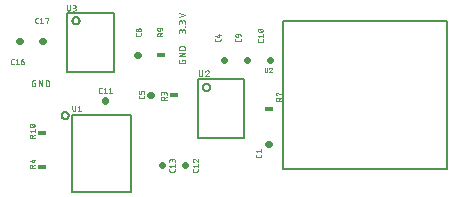
<source format=gto>
G75*
%MOIN*%
%OFA0B0*%
%FSLAX25Y25*%
%IPPOS*%
%LPD*%
%AMOC8*
5,1,8,0,0,1.08239X$1,22.5*
%
%ADD10C,0.00200*%
%ADD11C,0.00100*%
%ADD12C,0.00400*%
%ADD13C,0.00500*%
%ADD14C,0.02200*%
%ADD15R,0.03000X0.01800*%
D10*
X0014202Y0014911D02*
X0014202Y0015402D01*
X0014202Y0014911D02*
X0015971Y0014911D01*
X0015185Y0014911D02*
X0015185Y0015402D01*
X0015185Y0015500D02*
X0015971Y0015893D01*
X0015578Y0016669D02*
X0014202Y0017062D01*
X0015185Y0017357D02*
X0015971Y0017357D01*
X0015578Y0017652D02*
X0015578Y0016669D01*
X0015185Y0015402D02*
X0015183Y0015445D01*
X0015178Y0015487D01*
X0015168Y0015529D01*
X0015155Y0015570D01*
X0015139Y0015610D01*
X0015119Y0015648D01*
X0015096Y0015684D01*
X0015070Y0015718D01*
X0015041Y0015749D01*
X0015010Y0015778D01*
X0014976Y0015804D01*
X0014940Y0015827D01*
X0014902Y0015847D01*
X0014862Y0015863D01*
X0014821Y0015876D01*
X0014779Y0015886D01*
X0014737Y0015891D01*
X0014694Y0015893D01*
X0014651Y0015891D01*
X0014609Y0015886D01*
X0014567Y0015876D01*
X0014526Y0015863D01*
X0014486Y0015847D01*
X0014449Y0015827D01*
X0014412Y0015804D01*
X0014378Y0015778D01*
X0014347Y0015749D01*
X0014318Y0015718D01*
X0014292Y0015684D01*
X0014269Y0015648D01*
X0014249Y0015610D01*
X0014233Y0015570D01*
X0014220Y0015529D01*
X0014210Y0015487D01*
X0014205Y0015445D01*
X0014203Y0015402D01*
X0014202Y0024950D02*
X0014202Y0025441D01*
X0014202Y0024950D02*
X0015971Y0024950D01*
X0015185Y0024950D02*
X0015185Y0025441D01*
X0015185Y0025540D02*
X0015971Y0025933D01*
X0015971Y0026709D02*
X0015971Y0027691D01*
X0015971Y0027200D02*
X0014202Y0027200D01*
X0014595Y0026709D01*
X0014203Y0025441D02*
X0014205Y0025484D01*
X0014210Y0025526D01*
X0014220Y0025568D01*
X0014233Y0025609D01*
X0014249Y0025649D01*
X0014269Y0025687D01*
X0014292Y0025723D01*
X0014318Y0025757D01*
X0014347Y0025788D01*
X0014378Y0025817D01*
X0014412Y0025843D01*
X0014449Y0025866D01*
X0014486Y0025886D01*
X0014526Y0025902D01*
X0014567Y0025915D01*
X0014609Y0025925D01*
X0014651Y0025930D01*
X0014694Y0025932D01*
X0014737Y0025930D01*
X0014779Y0025925D01*
X0014821Y0025915D01*
X0014862Y0025902D01*
X0014902Y0025886D01*
X0014940Y0025866D01*
X0014976Y0025843D01*
X0015010Y0025817D01*
X0015041Y0025788D01*
X0015070Y0025757D01*
X0015096Y0025723D01*
X0015119Y0025687D01*
X0015139Y0025649D01*
X0015155Y0025609D01*
X0015168Y0025568D01*
X0015178Y0025526D01*
X0015183Y0025484D01*
X0015185Y0025441D01*
X0015725Y0029316D02*
X0015659Y0029346D01*
X0015590Y0029373D01*
X0015521Y0029397D01*
X0015450Y0029417D01*
X0015379Y0029433D01*
X0015306Y0029446D01*
X0015234Y0029456D01*
X0015160Y0029461D01*
X0015087Y0029463D01*
X0015087Y0028481D02*
X0015014Y0028483D01*
X0014940Y0028488D01*
X0014868Y0028498D01*
X0014795Y0028511D01*
X0014724Y0028527D01*
X0014653Y0028547D01*
X0014584Y0028571D01*
X0014515Y0028598D01*
X0014449Y0028628D01*
X0014202Y0028972D02*
X0014204Y0029010D01*
X0014210Y0029047D01*
X0014219Y0029083D01*
X0014233Y0029118D01*
X0014250Y0029152D01*
X0014270Y0029184D01*
X0014293Y0029213D01*
X0014320Y0029240D01*
X0014349Y0029264D01*
X0014380Y0029285D01*
X0014413Y0029302D01*
X0014448Y0029316D01*
X0014595Y0029365D02*
X0015578Y0028579D01*
X0015971Y0028972D02*
X0015969Y0029010D01*
X0015963Y0029047D01*
X0015954Y0029083D01*
X0015940Y0029118D01*
X0015923Y0029152D01*
X0015903Y0029184D01*
X0015880Y0029213D01*
X0015853Y0029240D01*
X0015825Y0029264D01*
X0015793Y0029285D01*
X0015760Y0029302D01*
X0015725Y0029316D01*
X0015971Y0028972D02*
X0015969Y0028934D01*
X0015963Y0028897D01*
X0015954Y0028861D01*
X0015940Y0028826D01*
X0015923Y0028792D01*
X0015903Y0028760D01*
X0015880Y0028731D01*
X0015853Y0028704D01*
X0015825Y0028680D01*
X0015793Y0028659D01*
X0015760Y0028642D01*
X0015725Y0028628D01*
X0015087Y0029463D02*
X0015014Y0029461D01*
X0014940Y0029456D01*
X0014868Y0029446D01*
X0014795Y0029433D01*
X0014724Y0029417D01*
X0014653Y0029397D01*
X0014584Y0029373D01*
X0014515Y0029346D01*
X0014449Y0029316D01*
X0014202Y0028972D02*
X0014204Y0028934D01*
X0014210Y0028897D01*
X0014219Y0028861D01*
X0014233Y0028826D01*
X0014250Y0028792D01*
X0014270Y0028760D01*
X0014293Y0028731D01*
X0014320Y0028704D01*
X0014349Y0028680D01*
X0014380Y0028659D01*
X0014413Y0028642D01*
X0014448Y0028628D01*
X0015087Y0028481D02*
X0015160Y0028483D01*
X0015234Y0028488D01*
X0015306Y0028498D01*
X0015379Y0028511D01*
X0015450Y0028527D01*
X0015521Y0028547D01*
X0015590Y0028571D01*
X0015659Y0028598D01*
X0015725Y0028628D01*
X0028525Y0034331D02*
X0028525Y0035609D01*
X0029508Y0035609D02*
X0029508Y0034331D01*
X0029507Y0034331D02*
X0029505Y0034288D01*
X0029500Y0034246D01*
X0029490Y0034204D01*
X0029477Y0034163D01*
X0029461Y0034123D01*
X0029441Y0034086D01*
X0029418Y0034049D01*
X0029392Y0034015D01*
X0029363Y0033984D01*
X0029332Y0033955D01*
X0029298Y0033929D01*
X0029262Y0033906D01*
X0029224Y0033886D01*
X0029184Y0033870D01*
X0029143Y0033857D01*
X0029101Y0033847D01*
X0029059Y0033842D01*
X0029016Y0033840D01*
X0028973Y0033842D01*
X0028931Y0033847D01*
X0028889Y0033857D01*
X0028848Y0033870D01*
X0028808Y0033886D01*
X0028771Y0033906D01*
X0028734Y0033929D01*
X0028700Y0033955D01*
X0028669Y0033984D01*
X0028640Y0034015D01*
X0028614Y0034049D01*
X0028591Y0034086D01*
X0028571Y0034123D01*
X0028555Y0034163D01*
X0028542Y0034204D01*
X0028532Y0034246D01*
X0028527Y0034288D01*
X0028525Y0034331D01*
X0030356Y0033840D02*
X0031338Y0033840D01*
X0030847Y0033840D02*
X0030847Y0035609D01*
X0030356Y0035216D01*
X0037427Y0040186D02*
X0037427Y0041168D01*
X0037429Y0041207D01*
X0037435Y0041245D01*
X0037444Y0041282D01*
X0037457Y0041318D01*
X0037473Y0041353D01*
X0037493Y0041386D01*
X0037516Y0041417D01*
X0037542Y0041446D01*
X0037571Y0041472D01*
X0037602Y0041495D01*
X0037635Y0041515D01*
X0037670Y0041531D01*
X0037706Y0041544D01*
X0037743Y0041553D01*
X0037781Y0041559D01*
X0037820Y0041561D01*
X0038213Y0041561D01*
X0038909Y0041168D02*
X0039400Y0041561D01*
X0039400Y0039793D01*
X0038909Y0039793D02*
X0039891Y0039793D01*
X0040681Y0039793D02*
X0041663Y0039793D01*
X0041172Y0039793D02*
X0041172Y0041561D01*
X0040681Y0041168D01*
X0038213Y0039793D02*
X0037820Y0039793D01*
X0037781Y0039795D01*
X0037743Y0039801D01*
X0037706Y0039810D01*
X0037670Y0039823D01*
X0037635Y0039839D01*
X0037602Y0039859D01*
X0037571Y0039882D01*
X0037542Y0039908D01*
X0037516Y0039937D01*
X0037493Y0039968D01*
X0037473Y0040001D01*
X0037457Y0040036D01*
X0037444Y0040072D01*
X0037435Y0040109D01*
X0037429Y0040147D01*
X0037427Y0040186D01*
X0050620Y0040487D02*
X0050620Y0039504D01*
X0051406Y0039504D01*
X0051406Y0040094D01*
X0051408Y0040133D01*
X0051414Y0040171D01*
X0051423Y0040208D01*
X0051436Y0040244D01*
X0051452Y0040279D01*
X0051472Y0040312D01*
X0051495Y0040343D01*
X0051521Y0040372D01*
X0051550Y0040398D01*
X0051581Y0040421D01*
X0051614Y0040441D01*
X0051649Y0040457D01*
X0051685Y0040470D01*
X0051722Y0040479D01*
X0051760Y0040485D01*
X0051799Y0040487D01*
X0051995Y0040487D01*
X0052034Y0040485D01*
X0052072Y0040479D01*
X0052109Y0040470D01*
X0052145Y0040457D01*
X0052180Y0040441D01*
X0052213Y0040421D01*
X0052244Y0040398D01*
X0052273Y0040372D01*
X0052299Y0040343D01*
X0052322Y0040312D01*
X0052342Y0040279D01*
X0052358Y0040244D01*
X0052371Y0040208D01*
X0052380Y0040171D01*
X0052386Y0040133D01*
X0052388Y0040094D01*
X0052388Y0039504D01*
X0052388Y0038808D02*
X0052388Y0038415D01*
X0052386Y0038376D01*
X0052380Y0038338D01*
X0052371Y0038301D01*
X0052358Y0038265D01*
X0052342Y0038230D01*
X0052322Y0038197D01*
X0052299Y0038166D01*
X0052273Y0038137D01*
X0052244Y0038111D01*
X0052213Y0038088D01*
X0052180Y0038068D01*
X0052145Y0038052D01*
X0052109Y0038039D01*
X0052072Y0038030D01*
X0052034Y0038024D01*
X0051995Y0038022D01*
X0051013Y0038022D01*
X0050974Y0038024D01*
X0050936Y0038030D01*
X0050899Y0038039D01*
X0050863Y0038052D01*
X0050828Y0038068D01*
X0050795Y0038088D01*
X0050764Y0038111D01*
X0050735Y0038137D01*
X0050709Y0038166D01*
X0050686Y0038197D01*
X0050666Y0038230D01*
X0050650Y0038265D01*
X0050637Y0038301D01*
X0050628Y0038338D01*
X0050622Y0038376D01*
X0050620Y0038415D01*
X0050620Y0038808D01*
X0058100Y0039307D02*
X0058100Y0039897D01*
X0058102Y0039936D01*
X0058108Y0039974D01*
X0058117Y0040011D01*
X0058130Y0040047D01*
X0058146Y0040082D01*
X0058166Y0040115D01*
X0058189Y0040146D01*
X0058215Y0040175D01*
X0058244Y0040201D01*
X0058275Y0040224D01*
X0058308Y0040244D01*
X0058343Y0040260D01*
X0058379Y0040273D01*
X0058416Y0040282D01*
X0058454Y0040288D01*
X0058493Y0040290D01*
X0058532Y0040288D01*
X0058570Y0040282D01*
X0058607Y0040273D01*
X0058643Y0040260D01*
X0058678Y0040244D01*
X0058711Y0040224D01*
X0058742Y0040201D01*
X0058771Y0040175D01*
X0058797Y0040146D01*
X0058820Y0040115D01*
X0058840Y0040082D01*
X0058856Y0040047D01*
X0058869Y0040011D01*
X0058878Y0039974D01*
X0058884Y0039936D01*
X0058886Y0039897D01*
X0058886Y0039504D01*
X0058886Y0039799D02*
X0058888Y0039842D01*
X0058893Y0039884D01*
X0058903Y0039926D01*
X0058916Y0039967D01*
X0058932Y0040007D01*
X0058952Y0040045D01*
X0058975Y0040081D01*
X0059001Y0040115D01*
X0059030Y0040146D01*
X0059061Y0040175D01*
X0059095Y0040201D01*
X0059132Y0040224D01*
X0059169Y0040244D01*
X0059209Y0040260D01*
X0059250Y0040273D01*
X0059292Y0040283D01*
X0059334Y0040288D01*
X0059377Y0040290D01*
X0059420Y0040288D01*
X0059462Y0040283D01*
X0059504Y0040273D01*
X0059545Y0040260D01*
X0059585Y0040244D01*
X0059623Y0040224D01*
X0059659Y0040201D01*
X0059693Y0040175D01*
X0059724Y0040146D01*
X0059753Y0040115D01*
X0059779Y0040081D01*
X0059802Y0040045D01*
X0059822Y0040007D01*
X0059838Y0039967D01*
X0059851Y0039926D01*
X0059861Y0039884D01*
X0059866Y0039842D01*
X0059868Y0039799D01*
X0059869Y0039799D02*
X0059869Y0039307D01*
X0059869Y0038531D02*
X0059083Y0038138D01*
X0059083Y0038040D02*
X0059083Y0037549D01*
X0059082Y0038040D02*
X0059080Y0038083D01*
X0059075Y0038125D01*
X0059065Y0038167D01*
X0059052Y0038208D01*
X0059036Y0038248D01*
X0059016Y0038286D01*
X0058993Y0038322D01*
X0058967Y0038356D01*
X0058938Y0038387D01*
X0058907Y0038416D01*
X0058873Y0038442D01*
X0058837Y0038465D01*
X0058799Y0038485D01*
X0058759Y0038501D01*
X0058718Y0038514D01*
X0058676Y0038524D01*
X0058634Y0038529D01*
X0058591Y0038531D01*
X0058548Y0038529D01*
X0058506Y0038524D01*
X0058464Y0038514D01*
X0058423Y0038501D01*
X0058383Y0038485D01*
X0058346Y0038465D01*
X0058309Y0038442D01*
X0058275Y0038416D01*
X0058244Y0038387D01*
X0058215Y0038356D01*
X0058189Y0038322D01*
X0058166Y0038286D01*
X0058146Y0038248D01*
X0058130Y0038208D01*
X0058117Y0038167D01*
X0058107Y0038125D01*
X0058102Y0038083D01*
X0058100Y0038040D01*
X0058100Y0037549D01*
X0059869Y0037549D01*
X0091365Y0020998D02*
X0091365Y0020016D01*
X0091365Y0020507D02*
X0089596Y0020507D01*
X0089989Y0020016D01*
X0089596Y0019320D02*
X0089596Y0018927D01*
X0089598Y0018888D01*
X0089604Y0018850D01*
X0089613Y0018813D01*
X0089626Y0018777D01*
X0089642Y0018742D01*
X0089662Y0018709D01*
X0089685Y0018678D01*
X0089711Y0018649D01*
X0089740Y0018623D01*
X0089771Y0018600D01*
X0089804Y0018580D01*
X0089839Y0018564D01*
X0089875Y0018551D01*
X0089912Y0018542D01*
X0089950Y0018536D01*
X0089989Y0018534D01*
X0090972Y0018534D01*
X0091011Y0018536D01*
X0091049Y0018542D01*
X0091086Y0018551D01*
X0091122Y0018564D01*
X0091157Y0018580D01*
X0091190Y0018600D01*
X0091221Y0018623D01*
X0091250Y0018649D01*
X0091276Y0018678D01*
X0091299Y0018709D01*
X0091319Y0018742D01*
X0091335Y0018777D01*
X0091348Y0018813D01*
X0091357Y0018850D01*
X0091363Y0018888D01*
X0091365Y0018927D01*
X0091365Y0019320D01*
X0070302Y0017849D02*
X0070302Y0016866D01*
X0069319Y0017701D01*
X0068533Y0017407D02*
X0068535Y0017362D01*
X0068540Y0017318D01*
X0068549Y0017274D01*
X0068561Y0017231D01*
X0068576Y0017189D01*
X0068595Y0017149D01*
X0068617Y0017110D01*
X0068642Y0017073D01*
X0068669Y0017038D01*
X0068700Y0017005D01*
X0068732Y0016975D01*
X0068767Y0016947D01*
X0068805Y0016922D01*
X0068844Y0016901D01*
X0068884Y0016882D01*
X0068926Y0016867D01*
X0069319Y0017702D02*
X0069288Y0017731D01*
X0069255Y0017758D01*
X0069219Y0017781D01*
X0069182Y0017802D01*
X0069142Y0017819D01*
X0069102Y0017832D01*
X0069060Y0017841D01*
X0069018Y0017847D01*
X0068975Y0017849D01*
X0068934Y0017847D01*
X0068894Y0017841D01*
X0068854Y0017832D01*
X0068815Y0017819D01*
X0068778Y0017803D01*
X0068742Y0017783D01*
X0068709Y0017760D01*
X0068677Y0017734D01*
X0068648Y0017705D01*
X0068622Y0017673D01*
X0068599Y0017640D01*
X0068579Y0017604D01*
X0068563Y0017567D01*
X0068550Y0017528D01*
X0068541Y0017488D01*
X0068535Y0017448D01*
X0068533Y0017407D01*
X0070302Y0016077D02*
X0070302Y0015095D01*
X0070302Y0015586D02*
X0068533Y0015586D01*
X0068926Y0015095D01*
X0068533Y0014398D02*
X0068533Y0014005D01*
X0068535Y0013966D01*
X0068541Y0013928D01*
X0068550Y0013891D01*
X0068563Y0013855D01*
X0068579Y0013820D01*
X0068599Y0013787D01*
X0068622Y0013756D01*
X0068648Y0013727D01*
X0068677Y0013701D01*
X0068708Y0013678D01*
X0068741Y0013658D01*
X0068776Y0013642D01*
X0068812Y0013629D01*
X0068849Y0013620D01*
X0068887Y0013614D01*
X0068926Y0013612D01*
X0069909Y0013612D01*
X0069948Y0013614D01*
X0069986Y0013620D01*
X0070023Y0013629D01*
X0070059Y0013642D01*
X0070094Y0013658D01*
X0070127Y0013678D01*
X0070158Y0013701D01*
X0070187Y0013727D01*
X0070213Y0013756D01*
X0070236Y0013787D01*
X0070256Y0013820D01*
X0070272Y0013855D01*
X0070285Y0013891D01*
X0070294Y0013928D01*
X0070300Y0013966D01*
X0070302Y0014005D01*
X0070302Y0014398D01*
X0062624Y0014398D02*
X0062624Y0014005D01*
X0062622Y0013966D01*
X0062616Y0013928D01*
X0062607Y0013891D01*
X0062594Y0013855D01*
X0062578Y0013820D01*
X0062558Y0013787D01*
X0062535Y0013756D01*
X0062509Y0013727D01*
X0062480Y0013701D01*
X0062449Y0013678D01*
X0062416Y0013658D01*
X0062381Y0013642D01*
X0062345Y0013629D01*
X0062308Y0013620D01*
X0062270Y0013614D01*
X0062231Y0013612D01*
X0061249Y0013612D01*
X0061210Y0013614D01*
X0061172Y0013620D01*
X0061135Y0013629D01*
X0061099Y0013642D01*
X0061064Y0013658D01*
X0061031Y0013678D01*
X0061000Y0013701D01*
X0060971Y0013727D01*
X0060945Y0013756D01*
X0060922Y0013787D01*
X0060902Y0013820D01*
X0060886Y0013855D01*
X0060873Y0013891D01*
X0060864Y0013928D01*
X0060858Y0013966D01*
X0060856Y0014005D01*
X0060856Y0014398D01*
X0061249Y0015095D02*
X0060856Y0015586D01*
X0062624Y0015586D01*
X0062624Y0015095D02*
X0062624Y0016077D01*
X0062624Y0016866D02*
X0062624Y0017358D01*
X0062622Y0017401D01*
X0062617Y0017443D01*
X0062607Y0017485D01*
X0062594Y0017526D01*
X0062578Y0017566D01*
X0062558Y0017604D01*
X0062535Y0017640D01*
X0062509Y0017674D01*
X0062480Y0017705D01*
X0062449Y0017734D01*
X0062415Y0017760D01*
X0062379Y0017783D01*
X0062341Y0017803D01*
X0062301Y0017819D01*
X0062260Y0017832D01*
X0062218Y0017842D01*
X0062176Y0017847D01*
X0062133Y0017849D01*
X0062090Y0017847D01*
X0062048Y0017842D01*
X0062006Y0017832D01*
X0061965Y0017819D01*
X0061925Y0017803D01*
X0061888Y0017783D01*
X0061851Y0017760D01*
X0061817Y0017734D01*
X0061786Y0017705D01*
X0061757Y0017674D01*
X0061731Y0017640D01*
X0061708Y0017604D01*
X0061688Y0017566D01*
X0061672Y0017526D01*
X0061659Y0017485D01*
X0061649Y0017443D01*
X0061644Y0017401D01*
X0061642Y0017358D01*
X0061642Y0017456D02*
X0061642Y0017063D01*
X0061642Y0017456D02*
X0061640Y0017495D01*
X0061634Y0017533D01*
X0061625Y0017570D01*
X0061612Y0017606D01*
X0061596Y0017641D01*
X0061576Y0017674D01*
X0061553Y0017705D01*
X0061527Y0017734D01*
X0061498Y0017760D01*
X0061467Y0017783D01*
X0061434Y0017803D01*
X0061399Y0017819D01*
X0061363Y0017832D01*
X0061326Y0017841D01*
X0061288Y0017847D01*
X0061249Y0017849D01*
X0061210Y0017847D01*
X0061172Y0017841D01*
X0061135Y0017832D01*
X0061099Y0017819D01*
X0061064Y0017803D01*
X0061031Y0017783D01*
X0061000Y0017760D01*
X0060971Y0017734D01*
X0060945Y0017705D01*
X0060922Y0017674D01*
X0060902Y0017641D01*
X0060886Y0017606D01*
X0060873Y0017570D01*
X0060864Y0017533D01*
X0060858Y0017495D01*
X0060856Y0017456D01*
X0060856Y0016866D01*
X0096391Y0037230D02*
X0096391Y0037721D01*
X0096391Y0037230D02*
X0098160Y0037230D01*
X0097374Y0037230D02*
X0097374Y0037721D01*
X0097374Y0037819D02*
X0098160Y0038212D01*
X0098160Y0039480D02*
X0096391Y0039971D01*
X0096391Y0038989D01*
X0096588Y0038989D01*
X0096392Y0037721D02*
X0096394Y0037764D01*
X0096399Y0037806D01*
X0096409Y0037848D01*
X0096422Y0037889D01*
X0096438Y0037929D01*
X0096458Y0037967D01*
X0096481Y0038003D01*
X0096507Y0038037D01*
X0096536Y0038068D01*
X0096567Y0038097D01*
X0096601Y0038123D01*
X0096638Y0038146D01*
X0096675Y0038166D01*
X0096715Y0038182D01*
X0096756Y0038195D01*
X0096798Y0038205D01*
X0096840Y0038210D01*
X0096883Y0038212D01*
X0096926Y0038210D01*
X0096968Y0038205D01*
X0097010Y0038195D01*
X0097051Y0038182D01*
X0097091Y0038166D01*
X0097129Y0038146D01*
X0097165Y0038123D01*
X0097199Y0038097D01*
X0097230Y0038068D01*
X0097259Y0038037D01*
X0097285Y0038003D01*
X0097308Y0037967D01*
X0097328Y0037929D01*
X0097344Y0037889D01*
X0097357Y0037848D01*
X0097367Y0037806D01*
X0097372Y0037764D01*
X0097374Y0037721D01*
X0091664Y0056915D02*
X0090682Y0056915D01*
X0090643Y0056917D01*
X0090605Y0056923D01*
X0090568Y0056932D01*
X0090532Y0056945D01*
X0090497Y0056961D01*
X0090464Y0056981D01*
X0090433Y0057004D01*
X0090404Y0057030D01*
X0090378Y0057059D01*
X0090355Y0057090D01*
X0090335Y0057123D01*
X0090319Y0057158D01*
X0090306Y0057194D01*
X0090297Y0057231D01*
X0090291Y0057269D01*
X0090289Y0057308D01*
X0090289Y0057701D01*
X0090682Y0058397D02*
X0090289Y0058888D01*
X0092057Y0058888D01*
X0092057Y0058397D02*
X0092057Y0059380D01*
X0091811Y0061004D02*
X0091745Y0061034D01*
X0091676Y0061061D01*
X0091607Y0061085D01*
X0091536Y0061105D01*
X0091465Y0061121D01*
X0091392Y0061134D01*
X0091320Y0061144D01*
X0091246Y0061149D01*
X0091173Y0061151D01*
X0091173Y0060169D02*
X0091100Y0060171D01*
X0091026Y0060176D01*
X0090954Y0060186D01*
X0090881Y0060199D01*
X0090810Y0060215D01*
X0090739Y0060235D01*
X0090670Y0060259D01*
X0090601Y0060286D01*
X0090535Y0060316D01*
X0090288Y0060660D02*
X0090290Y0060698D01*
X0090296Y0060735D01*
X0090305Y0060771D01*
X0090319Y0060806D01*
X0090336Y0060840D01*
X0090356Y0060872D01*
X0090379Y0060901D01*
X0090406Y0060928D01*
X0090435Y0060952D01*
X0090466Y0060973D01*
X0090499Y0060990D01*
X0090534Y0061004D01*
X0090682Y0061053D02*
X0091664Y0060267D01*
X0092058Y0060660D02*
X0092056Y0060698D01*
X0092050Y0060735D01*
X0092041Y0060771D01*
X0092027Y0060806D01*
X0092010Y0060840D01*
X0091990Y0060872D01*
X0091967Y0060901D01*
X0091940Y0060928D01*
X0091912Y0060952D01*
X0091880Y0060973D01*
X0091847Y0060990D01*
X0091812Y0061004D01*
X0092058Y0060660D02*
X0092056Y0060622D01*
X0092050Y0060585D01*
X0092041Y0060549D01*
X0092027Y0060514D01*
X0092010Y0060480D01*
X0091990Y0060448D01*
X0091967Y0060419D01*
X0091940Y0060392D01*
X0091912Y0060368D01*
X0091880Y0060347D01*
X0091847Y0060330D01*
X0091812Y0060316D01*
X0091173Y0061151D02*
X0091100Y0061149D01*
X0091026Y0061144D01*
X0090954Y0061134D01*
X0090881Y0061121D01*
X0090810Y0061105D01*
X0090739Y0061085D01*
X0090670Y0061061D01*
X0090601Y0061034D01*
X0090535Y0061004D01*
X0090288Y0060660D02*
X0090290Y0060622D01*
X0090296Y0060585D01*
X0090305Y0060549D01*
X0090319Y0060514D01*
X0090336Y0060480D01*
X0090356Y0060448D01*
X0090379Y0060419D01*
X0090406Y0060392D01*
X0090435Y0060368D01*
X0090466Y0060347D01*
X0090499Y0060330D01*
X0090534Y0060316D01*
X0091173Y0060169D02*
X0091246Y0060171D01*
X0091320Y0060176D01*
X0091392Y0060186D01*
X0091465Y0060199D01*
X0091536Y0060215D01*
X0091607Y0060235D01*
X0091676Y0060259D01*
X0091745Y0060286D01*
X0091811Y0060316D01*
X0092057Y0057701D02*
X0092057Y0057308D01*
X0092055Y0057269D01*
X0092049Y0057231D01*
X0092040Y0057194D01*
X0092027Y0057158D01*
X0092011Y0057123D01*
X0091991Y0057090D01*
X0091968Y0057059D01*
X0091942Y0057030D01*
X0091913Y0057004D01*
X0091882Y0056981D01*
X0091849Y0056961D01*
X0091814Y0056945D01*
X0091778Y0056932D01*
X0091741Y0056923D01*
X0091703Y0056917D01*
X0091664Y0056915D01*
X0084577Y0057505D02*
X0084577Y0057898D01*
X0084577Y0057505D02*
X0084575Y0057466D01*
X0084569Y0057428D01*
X0084560Y0057391D01*
X0084547Y0057355D01*
X0084531Y0057320D01*
X0084511Y0057287D01*
X0084488Y0057256D01*
X0084462Y0057227D01*
X0084433Y0057201D01*
X0084402Y0057178D01*
X0084369Y0057158D01*
X0084334Y0057142D01*
X0084298Y0057129D01*
X0084261Y0057120D01*
X0084223Y0057114D01*
X0084184Y0057112D01*
X0083202Y0057112D01*
X0083163Y0057114D01*
X0083125Y0057120D01*
X0083088Y0057129D01*
X0083052Y0057142D01*
X0083017Y0057158D01*
X0082984Y0057178D01*
X0082953Y0057201D01*
X0082924Y0057227D01*
X0082898Y0057256D01*
X0082875Y0057287D01*
X0082855Y0057320D01*
X0082839Y0057355D01*
X0082826Y0057391D01*
X0082817Y0057428D01*
X0082811Y0057466D01*
X0082809Y0057505D01*
X0082809Y0057898D01*
X0083300Y0058594D02*
X0083398Y0058594D01*
X0083437Y0058596D01*
X0083475Y0058602D01*
X0083512Y0058611D01*
X0083548Y0058624D01*
X0083583Y0058640D01*
X0083616Y0058660D01*
X0083647Y0058683D01*
X0083676Y0058709D01*
X0083702Y0058738D01*
X0083725Y0058769D01*
X0083745Y0058802D01*
X0083761Y0058837D01*
X0083774Y0058873D01*
X0083783Y0058910D01*
X0083789Y0058948D01*
X0083791Y0058987D01*
X0083791Y0059577D01*
X0083300Y0059577D01*
X0083300Y0059576D02*
X0083257Y0059574D01*
X0083215Y0059569D01*
X0083173Y0059559D01*
X0083132Y0059546D01*
X0083092Y0059530D01*
X0083055Y0059510D01*
X0083018Y0059487D01*
X0082984Y0059461D01*
X0082953Y0059432D01*
X0082924Y0059401D01*
X0082898Y0059367D01*
X0082875Y0059331D01*
X0082855Y0059293D01*
X0082839Y0059253D01*
X0082826Y0059212D01*
X0082816Y0059170D01*
X0082811Y0059128D01*
X0082809Y0059085D01*
X0082811Y0059042D01*
X0082816Y0059000D01*
X0082826Y0058958D01*
X0082839Y0058917D01*
X0082855Y0058877D01*
X0082875Y0058840D01*
X0082898Y0058803D01*
X0082924Y0058769D01*
X0082953Y0058738D01*
X0082984Y0058709D01*
X0083018Y0058683D01*
X0083055Y0058660D01*
X0083092Y0058640D01*
X0083132Y0058624D01*
X0083173Y0058611D01*
X0083215Y0058601D01*
X0083257Y0058596D01*
X0083300Y0058594D01*
X0083791Y0059577D02*
X0083845Y0059575D01*
X0083898Y0059570D01*
X0083951Y0059561D01*
X0084003Y0059548D01*
X0084054Y0059532D01*
X0084104Y0059512D01*
X0084153Y0059489D01*
X0084199Y0059463D01*
X0084244Y0059433D01*
X0084287Y0059401D01*
X0084327Y0059365D01*
X0084365Y0059327D01*
X0084401Y0059287D01*
X0084433Y0059244D01*
X0084463Y0059199D01*
X0084489Y0059153D01*
X0084512Y0059104D01*
X0084532Y0059054D01*
X0084548Y0059003D01*
X0084561Y0058951D01*
X0084570Y0058898D01*
X0084575Y0058845D01*
X0084577Y0058791D01*
X0077884Y0059282D02*
X0077098Y0059282D01*
X0077491Y0059577D02*
X0077491Y0058594D01*
X0076116Y0058987D01*
X0076116Y0057898D02*
X0076116Y0057505D01*
X0076118Y0057466D01*
X0076124Y0057428D01*
X0076133Y0057391D01*
X0076146Y0057355D01*
X0076162Y0057320D01*
X0076182Y0057287D01*
X0076205Y0057256D01*
X0076231Y0057227D01*
X0076260Y0057201D01*
X0076291Y0057178D01*
X0076324Y0057158D01*
X0076359Y0057142D01*
X0076395Y0057129D01*
X0076432Y0057120D01*
X0076470Y0057114D01*
X0076509Y0057112D01*
X0077491Y0057112D01*
X0077530Y0057114D01*
X0077568Y0057120D01*
X0077605Y0057129D01*
X0077641Y0057142D01*
X0077676Y0057158D01*
X0077709Y0057178D01*
X0077740Y0057201D01*
X0077769Y0057227D01*
X0077795Y0057256D01*
X0077818Y0057287D01*
X0077838Y0057320D01*
X0077854Y0057355D01*
X0077867Y0057391D01*
X0077876Y0057428D01*
X0077882Y0057466D01*
X0077884Y0057505D01*
X0077884Y0057898D01*
X0058491Y0058808D02*
X0056722Y0058808D01*
X0056722Y0059300D01*
X0056724Y0059343D01*
X0056729Y0059385D01*
X0056739Y0059427D01*
X0056752Y0059468D01*
X0056768Y0059508D01*
X0056788Y0059546D01*
X0056811Y0059582D01*
X0056837Y0059616D01*
X0056866Y0059647D01*
X0056897Y0059676D01*
X0056931Y0059702D01*
X0056968Y0059725D01*
X0057005Y0059745D01*
X0057045Y0059761D01*
X0057086Y0059774D01*
X0057128Y0059784D01*
X0057170Y0059789D01*
X0057213Y0059791D01*
X0057256Y0059789D01*
X0057298Y0059784D01*
X0057340Y0059774D01*
X0057381Y0059761D01*
X0057421Y0059745D01*
X0057459Y0059725D01*
X0057495Y0059702D01*
X0057529Y0059676D01*
X0057560Y0059647D01*
X0057589Y0059616D01*
X0057615Y0059582D01*
X0057638Y0059546D01*
X0057658Y0059508D01*
X0057674Y0059468D01*
X0057687Y0059427D01*
X0057697Y0059385D01*
X0057702Y0059343D01*
X0057704Y0059300D01*
X0057705Y0059300D02*
X0057705Y0058808D01*
X0057705Y0059398D02*
X0058491Y0059791D01*
X0057312Y0060567D02*
X0057213Y0060567D01*
X0057312Y0060567D02*
X0057351Y0060569D01*
X0057389Y0060575D01*
X0057426Y0060584D01*
X0057462Y0060597D01*
X0057497Y0060613D01*
X0057530Y0060633D01*
X0057561Y0060656D01*
X0057590Y0060682D01*
X0057616Y0060711D01*
X0057639Y0060742D01*
X0057659Y0060775D01*
X0057675Y0060810D01*
X0057688Y0060846D01*
X0057697Y0060883D01*
X0057703Y0060921D01*
X0057705Y0060960D01*
X0057705Y0061550D01*
X0057213Y0061550D01*
X0057213Y0061549D02*
X0057170Y0061547D01*
X0057128Y0061542D01*
X0057086Y0061532D01*
X0057045Y0061519D01*
X0057005Y0061503D01*
X0056968Y0061483D01*
X0056931Y0061460D01*
X0056897Y0061434D01*
X0056866Y0061405D01*
X0056837Y0061374D01*
X0056811Y0061340D01*
X0056788Y0061304D01*
X0056768Y0061266D01*
X0056752Y0061226D01*
X0056739Y0061185D01*
X0056729Y0061143D01*
X0056724Y0061101D01*
X0056722Y0061058D01*
X0056724Y0061015D01*
X0056729Y0060973D01*
X0056739Y0060931D01*
X0056752Y0060890D01*
X0056768Y0060850D01*
X0056788Y0060813D01*
X0056811Y0060776D01*
X0056837Y0060742D01*
X0056866Y0060711D01*
X0056897Y0060682D01*
X0056931Y0060656D01*
X0056968Y0060633D01*
X0057005Y0060613D01*
X0057045Y0060597D01*
X0057086Y0060584D01*
X0057128Y0060574D01*
X0057170Y0060569D01*
X0057213Y0060567D01*
X0057705Y0061550D02*
X0057759Y0061548D01*
X0057812Y0061543D01*
X0057865Y0061534D01*
X0057917Y0061521D01*
X0057968Y0061505D01*
X0058018Y0061485D01*
X0058067Y0061462D01*
X0058113Y0061436D01*
X0058158Y0061406D01*
X0058201Y0061374D01*
X0058241Y0061338D01*
X0058279Y0061300D01*
X0058315Y0061260D01*
X0058347Y0061217D01*
X0058377Y0061172D01*
X0058403Y0061126D01*
X0058426Y0061077D01*
X0058446Y0061027D01*
X0058462Y0060976D01*
X0058475Y0060924D01*
X0058484Y0060871D01*
X0058489Y0060818D01*
X0058491Y0060764D01*
X0051309Y0059669D02*
X0051309Y0059276D01*
X0051307Y0059237D01*
X0051301Y0059199D01*
X0051292Y0059162D01*
X0051279Y0059126D01*
X0051263Y0059091D01*
X0051243Y0059058D01*
X0051220Y0059027D01*
X0051194Y0058998D01*
X0051165Y0058972D01*
X0051134Y0058949D01*
X0051101Y0058929D01*
X0051066Y0058913D01*
X0051030Y0058900D01*
X0050993Y0058891D01*
X0050955Y0058885D01*
X0050916Y0058883D01*
X0049934Y0058883D01*
X0049895Y0058885D01*
X0049857Y0058891D01*
X0049820Y0058900D01*
X0049784Y0058913D01*
X0049749Y0058929D01*
X0049716Y0058949D01*
X0049685Y0058972D01*
X0049656Y0058998D01*
X0049630Y0059027D01*
X0049607Y0059058D01*
X0049587Y0059091D01*
X0049571Y0059126D01*
X0049558Y0059162D01*
X0049549Y0059199D01*
X0049543Y0059237D01*
X0049541Y0059276D01*
X0049541Y0059669D01*
X0049934Y0060464D02*
X0049973Y0060466D01*
X0050011Y0060472D01*
X0050048Y0060481D01*
X0050084Y0060494D01*
X0050119Y0060510D01*
X0050152Y0060530D01*
X0050183Y0060553D01*
X0050212Y0060579D01*
X0050238Y0060608D01*
X0050261Y0060639D01*
X0050281Y0060672D01*
X0050297Y0060707D01*
X0050310Y0060743D01*
X0050319Y0060780D01*
X0050325Y0060818D01*
X0050327Y0060857D01*
X0050325Y0060896D01*
X0050319Y0060934D01*
X0050310Y0060971D01*
X0050297Y0061007D01*
X0050281Y0061042D01*
X0050261Y0061075D01*
X0050238Y0061106D01*
X0050212Y0061135D01*
X0050183Y0061161D01*
X0050152Y0061184D01*
X0050119Y0061204D01*
X0050084Y0061220D01*
X0050048Y0061233D01*
X0050011Y0061242D01*
X0049973Y0061248D01*
X0049934Y0061250D01*
X0049895Y0061248D01*
X0049857Y0061242D01*
X0049820Y0061233D01*
X0049784Y0061220D01*
X0049749Y0061204D01*
X0049716Y0061184D01*
X0049685Y0061161D01*
X0049656Y0061135D01*
X0049630Y0061106D01*
X0049607Y0061075D01*
X0049587Y0061042D01*
X0049571Y0061007D01*
X0049558Y0060971D01*
X0049549Y0060934D01*
X0049543Y0060896D01*
X0049541Y0060857D01*
X0049543Y0060818D01*
X0049549Y0060780D01*
X0049558Y0060743D01*
X0049571Y0060707D01*
X0049587Y0060672D01*
X0049607Y0060639D01*
X0049630Y0060608D01*
X0049656Y0060579D01*
X0049685Y0060553D01*
X0049716Y0060530D01*
X0049749Y0060510D01*
X0049784Y0060494D01*
X0049820Y0060481D01*
X0049857Y0060472D01*
X0049895Y0060466D01*
X0049934Y0060464D01*
X0050818Y0060366D02*
X0050861Y0060368D01*
X0050903Y0060373D01*
X0050945Y0060383D01*
X0050986Y0060396D01*
X0051026Y0060412D01*
X0051064Y0060432D01*
X0051100Y0060455D01*
X0051134Y0060481D01*
X0051165Y0060510D01*
X0051194Y0060541D01*
X0051220Y0060575D01*
X0051243Y0060612D01*
X0051263Y0060649D01*
X0051279Y0060689D01*
X0051292Y0060730D01*
X0051302Y0060772D01*
X0051307Y0060814D01*
X0051309Y0060857D01*
X0051307Y0060900D01*
X0051302Y0060942D01*
X0051292Y0060984D01*
X0051279Y0061025D01*
X0051263Y0061065D01*
X0051243Y0061103D01*
X0051220Y0061139D01*
X0051194Y0061173D01*
X0051165Y0061204D01*
X0051134Y0061233D01*
X0051100Y0061259D01*
X0051064Y0061282D01*
X0051026Y0061302D01*
X0050986Y0061318D01*
X0050945Y0061331D01*
X0050903Y0061341D01*
X0050861Y0061346D01*
X0050818Y0061348D01*
X0050775Y0061346D01*
X0050733Y0061341D01*
X0050691Y0061331D01*
X0050650Y0061318D01*
X0050610Y0061302D01*
X0050573Y0061282D01*
X0050536Y0061259D01*
X0050502Y0061233D01*
X0050471Y0061204D01*
X0050442Y0061173D01*
X0050416Y0061139D01*
X0050393Y0061103D01*
X0050373Y0061065D01*
X0050357Y0061025D01*
X0050344Y0060984D01*
X0050334Y0060942D01*
X0050329Y0060900D01*
X0050327Y0060857D01*
X0050329Y0060814D01*
X0050334Y0060772D01*
X0050344Y0060730D01*
X0050357Y0060689D01*
X0050373Y0060649D01*
X0050393Y0060612D01*
X0050416Y0060575D01*
X0050442Y0060541D01*
X0050471Y0060510D01*
X0050502Y0060481D01*
X0050536Y0060455D01*
X0050573Y0060432D01*
X0050610Y0060412D01*
X0050650Y0060396D01*
X0050691Y0060383D01*
X0050733Y0060373D01*
X0050775Y0060368D01*
X0050818Y0060366D01*
X0029075Y0067305D02*
X0028584Y0067305D01*
X0029075Y0067305D02*
X0029118Y0067307D01*
X0029160Y0067312D01*
X0029202Y0067322D01*
X0029243Y0067335D01*
X0029283Y0067351D01*
X0029321Y0067371D01*
X0029357Y0067394D01*
X0029391Y0067420D01*
X0029422Y0067449D01*
X0029451Y0067480D01*
X0029477Y0067514D01*
X0029500Y0067551D01*
X0029520Y0067588D01*
X0029536Y0067628D01*
X0029549Y0067669D01*
X0029559Y0067711D01*
X0029564Y0067753D01*
X0029566Y0067796D01*
X0029564Y0067839D01*
X0029559Y0067881D01*
X0029549Y0067923D01*
X0029536Y0067964D01*
X0029520Y0068004D01*
X0029500Y0068042D01*
X0029477Y0068078D01*
X0029451Y0068112D01*
X0029422Y0068143D01*
X0029391Y0068172D01*
X0029357Y0068198D01*
X0029321Y0068221D01*
X0029283Y0068241D01*
X0029243Y0068257D01*
X0029202Y0068270D01*
X0029160Y0068280D01*
X0029118Y0068285D01*
X0029075Y0068287D01*
X0029174Y0068287D02*
X0028781Y0068287D01*
X0029174Y0068287D02*
X0029213Y0068289D01*
X0029251Y0068295D01*
X0029288Y0068304D01*
X0029324Y0068317D01*
X0029359Y0068333D01*
X0029392Y0068353D01*
X0029423Y0068376D01*
X0029452Y0068402D01*
X0029478Y0068431D01*
X0029501Y0068462D01*
X0029521Y0068495D01*
X0029537Y0068530D01*
X0029550Y0068566D01*
X0029559Y0068603D01*
X0029565Y0068641D01*
X0029567Y0068680D01*
X0029565Y0068719D01*
X0029559Y0068757D01*
X0029550Y0068794D01*
X0029537Y0068830D01*
X0029521Y0068865D01*
X0029501Y0068898D01*
X0029478Y0068929D01*
X0029452Y0068958D01*
X0029423Y0068984D01*
X0029392Y0069007D01*
X0029359Y0069027D01*
X0029324Y0069043D01*
X0029288Y0069056D01*
X0029251Y0069065D01*
X0029213Y0069071D01*
X0029174Y0069073D01*
X0028584Y0069073D01*
X0027736Y0069073D02*
X0027736Y0067796D01*
X0027734Y0067753D01*
X0027729Y0067711D01*
X0027719Y0067669D01*
X0027706Y0067628D01*
X0027690Y0067588D01*
X0027670Y0067551D01*
X0027647Y0067514D01*
X0027621Y0067480D01*
X0027592Y0067449D01*
X0027561Y0067420D01*
X0027527Y0067394D01*
X0027491Y0067371D01*
X0027453Y0067351D01*
X0027413Y0067335D01*
X0027372Y0067322D01*
X0027330Y0067312D01*
X0027288Y0067307D01*
X0027245Y0067305D01*
X0027202Y0067307D01*
X0027160Y0067312D01*
X0027118Y0067322D01*
X0027077Y0067335D01*
X0027037Y0067351D01*
X0027000Y0067371D01*
X0026963Y0067394D01*
X0026929Y0067420D01*
X0026898Y0067449D01*
X0026869Y0067480D01*
X0026843Y0067514D01*
X0026820Y0067551D01*
X0026800Y0067588D01*
X0026784Y0067628D01*
X0026771Y0067669D01*
X0026761Y0067711D01*
X0026756Y0067753D01*
X0026754Y0067796D01*
X0026754Y0069073D01*
X0020408Y0064892D02*
X0019425Y0064892D01*
X0019425Y0064696D01*
X0020408Y0064892D02*
X0019917Y0063124D01*
X0018636Y0063124D02*
X0017654Y0063124D01*
X0018145Y0063124D02*
X0018145Y0064892D01*
X0017654Y0064499D01*
X0016958Y0064892D02*
X0016565Y0064892D01*
X0016526Y0064890D01*
X0016488Y0064884D01*
X0016451Y0064875D01*
X0016415Y0064862D01*
X0016380Y0064846D01*
X0016347Y0064826D01*
X0016316Y0064803D01*
X0016287Y0064777D01*
X0016261Y0064748D01*
X0016238Y0064717D01*
X0016218Y0064684D01*
X0016202Y0064649D01*
X0016189Y0064613D01*
X0016180Y0064576D01*
X0016174Y0064538D01*
X0016172Y0064499D01*
X0016172Y0063517D01*
X0016174Y0063478D01*
X0016180Y0063440D01*
X0016189Y0063403D01*
X0016202Y0063367D01*
X0016218Y0063332D01*
X0016238Y0063299D01*
X0016261Y0063268D01*
X0016287Y0063239D01*
X0016316Y0063213D01*
X0016347Y0063190D01*
X0016380Y0063170D01*
X0016415Y0063154D01*
X0016451Y0063141D01*
X0016488Y0063132D01*
X0016526Y0063126D01*
X0016565Y0063124D01*
X0016958Y0063124D01*
X0010074Y0051113D02*
X0010074Y0049344D01*
X0009583Y0049344D02*
X0010565Y0049344D01*
X0011355Y0049835D02*
X0011355Y0050327D01*
X0011944Y0050327D01*
X0011355Y0050327D02*
X0011357Y0050381D01*
X0011362Y0050434D01*
X0011371Y0050487D01*
X0011384Y0050539D01*
X0011400Y0050590D01*
X0011420Y0050640D01*
X0011443Y0050689D01*
X0011469Y0050735D01*
X0011499Y0050780D01*
X0011531Y0050823D01*
X0011567Y0050863D01*
X0011605Y0050901D01*
X0011645Y0050937D01*
X0011688Y0050969D01*
X0011733Y0050999D01*
X0011779Y0051025D01*
X0011828Y0051048D01*
X0011878Y0051068D01*
X0011929Y0051084D01*
X0011981Y0051097D01*
X0012034Y0051106D01*
X0012087Y0051111D01*
X0012141Y0051113D01*
X0010074Y0051113D02*
X0009583Y0050720D01*
X0008887Y0051113D02*
X0008494Y0051113D01*
X0008455Y0051111D01*
X0008417Y0051105D01*
X0008380Y0051096D01*
X0008344Y0051083D01*
X0008309Y0051067D01*
X0008276Y0051047D01*
X0008245Y0051024D01*
X0008216Y0050998D01*
X0008190Y0050969D01*
X0008167Y0050938D01*
X0008147Y0050905D01*
X0008131Y0050870D01*
X0008118Y0050834D01*
X0008109Y0050797D01*
X0008103Y0050759D01*
X0008101Y0050720D01*
X0008101Y0049737D01*
X0008103Y0049698D01*
X0008109Y0049660D01*
X0008118Y0049623D01*
X0008131Y0049587D01*
X0008147Y0049552D01*
X0008167Y0049519D01*
X0008190Y0049488D01*
X0008216Y0049459D01*
X0008245Y0049433D01*
X0008276Y0049410D01*
X0008309Y0049390D01*
X0008344Y0049374D01*
X0008380Y0049361D01*
X0008417Y0049352D01*
X0008455Y0049346D01*
X0008494Y0049344D01*
X0008887Y0049344D01*
X0011355Y0049835D02*
X0011357Y0049792D01*
X0011362Y0049750D01*
X0011372Y0049708D01*
X0011385Y0049667D01*
X0011401Y0049627D01*
X0011421Y0049590D01*
X0011444Y0049553D01*
X0011470Y0049519D01*
X0011499Y0049488D01*
X0011530Y0049459D01*
X0011564Y0049433D01*
X0011601Y0049410D01*
X0011638Y0049390D01*
X0011678Y0049374D01*
X0011719Y0049361D01*
X0011761Y0049351D01*
X0011803Y0049346D01*
X0011846Y0049344D01*
X0011889Y0049346D01*
X0011931Y0049351D01*
X0011973Y0049361D01*
X0012014Y0049374D01*
X0012054Y0049390D01*
X0012091Y0049410D01*
X0012128Y0049433D01*
X0012162Y0049459D01*
X0012193Y0049488D01*
X0012222Y0049519D01*
X0012248Y0049553D01*
X0012271Y0049590D01*
X0012291Y0049627D01*
X0012307Y0049667D01*
X0012320Y0049708D01*
X0012330Y0049750D01*
X0012335Y0049792D01*
X0012337Y0049835D01*
X0012337Y0049934D01*
X0012335Y0049973D01*
X0012329Y0050011D01*
X0012320Y0050048D01*
X0012307Y0050084D01*
X0012291Y0050119D01*
X0012271Y0050152D01*
X0012248Y0050183D01*
X0012222Y0050212D01*
X0012193Y0050238D01*
X0012162Y0050261D01*
X0012129Y0050281D01*
X0012094Y0050297D01*
X0012058Y0050310D01*
X0012021Y0050319D01*
X0011983Y0050325D01*
X0011944Y0050327D01*
D11*
X0092648Y0048257D02*
X0092648Y0047192D01*
X0092650Y0047153D01*
X0092655Y0047114D01*
X0092665Y0047076D01*
X0092677Y0047040D01*
X0092694Y0047004D01*
X0092713Y0046970D01*
X0092736Y0046939D01*
X0092761Y0046909D01*
X0092790Y0046882D01*
X0092820Y0046858D01*
X0092853Y0046837D01*
X0092888Y0046819D01*
X0092924Y0046805D01*
X0092961Y0046794D01*
X0093000Y0046786D01*
X0093038Y0046782D01*
X0093078Y0046782D01*
X0093116Y0046786D01*
X0093155Y0046794D01*
X0093192Y0046805D01*
X0093228Y0046819D01*
X0093263Y0046837D01*
X0093296Y0046858D01*
X0093326Y0046882D01*
X0093355Y0046909D01*
X0093380Y0046939D01*
X0093403Y0046970D01*
X0093422Y0047004D01*
X0093439Y0047040D01*
X0093451Y0047076D01*
X0093461Y0047114D01*
X0093466Y0047153D01*
X0093468Y0047192D01*
X0093468Y0048257D01*
X0094809Y0047601D02*
X0094834Y0047627D01*
X0094856Y0047655D01*
X0094876Y0047684D01*
X0094893Y0047716D01*
X0094907Y0047749D01*
X0094918Y0047782D01*
X0094926Y0047817D01*
X0094930Y0047852D01*
X0094932Y0047888D01*
X0094809Y0047602D02*
X0094113Y0046782D01*
X0094932Y0046782D01*
X0094113Y0047929D02*
X0094128Y0047969D01*
X0094146Y0048007D01*
X0094168Y0048044D01*
X0094193Y0048078D01*
X0094221Y0048110D01*
X0094252Y0048140D01*
X0094285Y0048166D01*
X0094321Y0048190D01*
X0094358Y0048210D01*
X0094397Y0048227D01*
X0094438Y0048240D01*
X0094479Y0048249D01*
X0094521Y0048255D01*
X0094564Y0048257D01*
X0094600Y0048255D01*
X0094636Y0048250D01*
X0094671Y0048241D01*
X0094705Y0048229D01*
X0094738Y0048213D01*
X0094769Y0048195D01*
X0094798Y0048173D01*
X0094825Y0048149D01*
X0094849Y0048122D01*
X0094871Y0048093D01*
X0094889Y0048062D01*
X0094905Y0048029D01*
X0094917Y0047995D01*
X0094926Y0047960D01*
X0094931Y0047924D01*
X0094933Y0047888D01*
D12*
X0073897Y0045357D02*
X0072786Y0045357D01*
X0073731Y0046469D01*
X0073397Y0047357D02*
X0073350Y0047355D01*
X0073302Y0047350D01*
X0073256Y0047341D01*
X0073210Y0047329D01*
X0073165Y0047314D01*
X0073121Y0047295D01*
X0073079Y0047273D01*
X0073039Y0047248D01*
X0073000Y0047220D01*
X0072964Y0047189D01*
X0072930Y0047156D01*
X0072899Y0047120D01*
X0072870Y0047082D01*
X0072845Y0047042D01*
X0072822Y0047001D01*
X0072803Y0046957D01*
X0072786Y0046913D01*
X0073730Y0046468D02*
X0073761Y0046499D01*
X0073788Y0046533D01*
X0073813Y0046569D01*
X0073835Y0046606D01*
X0073854Y0046645D01*
X0073869Y0046686D01*
X0073881Y0046728D01*
X0073890Y0046770D01*
X0073895Y0046814D01*
X0073897Y0046857D01*
X0073895Y0046901D01*
X0073889Y0046944D01*
X0073880Y0046986D01*
X0073867Y0047028D01*
X0073850Y0047068D01*
X0073830Y0047107D01*
X0073807Y0047144D01*
X0073780Y0047178D01*
X0073751Y0047211D01*
X0073718Y0047240D01*
X0073684Y0047267D01*
X0073647Y0047290D01*
X0073608Y0047310D01*
X0073568Y0047327D01*
X0073526Y0047340D01*
X0073484Y0047349D01*
X0073441Y0047355D01*
X0073397Y0047357D01*
X0071665Y0047357D02*
X0071665Y0045913D01*
X0071666Y0045913D02*
X0071664Y0045867D01*
X0071658Y0045821D01*
X0071649Y0045777D01*
X0071636Y0045732D01*
X0071619Y0045690D01*
X0071599Y0045648D01*
X0071575Y0045609D01*
X0071549Y0045571D01*
X0071519Y0045536D01*
X0071487Y0045504D01*
X0071452Y0045474D01*
X0071414Y0045448D01*
X0071375Y0045424D01*
X0071333Y0045404D01*
X0071291Y0045387D01*
X0071246Y0045374D01*
X0071202Y0045365D01*
X0071156Y0045359D01*
X0071110Y0045357D01*
X0071064Y0045359D01*
X0071018Y0045365D01*
X0070974Y0045374D01*
X0070929Y0045387D01*
X0070887Y0045404D01*
X0070845Y0045424D01*
X0070806Y0045448D01*
X0070768Y0045474D01*
X0070733Y0045504D01*
X0070701Y0045536D01*
X0070671Y0045571D01*
X0070645Y0045609D01*
X0070621Y0045648D01*
X0070601Y0045690D01*
X0070584Y0045732D01*
X0070571Y0045777D01*
X0070562Y0045821D01*
X0070556Y0045867D01*
X0070554Y0045913D01*
X0070554Y0047357D01*
X0066020Y0050133D02*
X0066020Y0050799D01*
X0064909Y0050799D01*
X0064909Y0050466D01*
X0064465Y0049689D02*
X0064424Y0049691D01*
X0064383Y0049697D01*
X0064343Y0049706D01*
X0064305Y0049719D01*
X0064267Y0049736D01*
X0064231Y0049755D01*
X0064197Y0049779D01*
X0064166Y0049805D01*
X0064137Y0049834D01*
X0064111Y0049865D01*
X0064088Y0049899D01*
X0064068Y0049935D01*
X0064051Y0049973D01*
X0064038Y0050011D01*
X0064029Y0050051D01*
X0064023Y0050092D01*
X0064021Y0050133D01*
X0064020Y0050133D02*
X0064020Y0050799D01*
X0064465Y0049688D02*
X0065576Y0049688D01*
X0065576Y0049689D02*
X0065617Y0049691D01*
X0065658Y0049697D01*
X0065698Y0049706D01*
X0065736Y0049719D01*
X0065774Y0049736D01*
X0065810Y0049756D01*
X0065844Y0049779D01*
X0065875Y0049805D01*
X0065904Y0049834D01*
X0065930Y0049865D01*
X0065953Y0049899D01*
X0065973Y0049935D01*
X0065990Y0049973D01*
X0066003Y0050011D01*
X0066012Y0050051D01*
X0066018Y0050092D01*
X0066020Y0050133D01*
X0066020Y0051992D02*
X0064020Y0051992D01*
X0066020Y0053103D01*
X0064020Y0053103D01*
X0064020Y0054296D02*
X0064020Y0054852D01*
X0064020Y0054296D02*
X0066020Y0054296D01*
X0066020Y0054852D01*
X0066021Y0054852D02*
X0066019Y0054898D01*
X0066013Y0054944D01*
X0066004Y0054988D01*
X0065991Y0055033D01*
X0065974Y0055075D01*
X0065954Y0055117D01*
X0065930Y0055156D01*
X0065904Y0055193D01*
X0065874Y0055229D01*
X0065842Y0055261D01*
X0065807Y0055291D01*
X0065769Y0055317D01*
X0065730Y0055341D01*
X0065688Y0055361D01*
X0065646Y0055378D01*
X0065601Y0055391D01*
X0065557Y0055400D01*
X0065511Y0055406D01*
X0065465Y0055408D01*
X0065465Y0055407D02*
X0064576Y0055407D01*
X0064576Y0055408D02*
X0064530Y0055406D01*
X0064484Y0055400D01*
X0064440Y0055391D01*
X0064395Y0055378D01*
X0064353Y0055361D01*
X0064311Y0055341D01*
X0064272Y0055317D01*
X0064234Y0055291D01*
X0064199Y0055261D01*
X0064167Y0055229D01*
X0064137Y0055194D01*
X0064111Y0055156D01*
X0064087Y0055117D01*
X0064067Y0055075D01*
X0064050Y0055033D01*
X0064037Y0054988D01*
X0064028Y0054944D01*
X0064022Y0054898D01*
X0064020Y0054852D01*
X0064020Y0059924D02*
X0064020Y0060591D01*
X0064021Y0060591D02*
X0064023Y0060632D01*
X0064029Y0060673D01*
X0064038Y0060713D01*
X0064051Y0060751D01*
X0064068Y0060789D01*
X0064088Y0060825D01*
X0064111Y0060859D01*
X0064137Y0060890D01*
X0064166Y0060919D01*
X0064197Y0060945D01*
X0064231Y0060968D01*
X0064267Y0060988D01*
X0064305Y0061005D01*
X0064343Y0061018D01*
X0064383Y0061027D01*
X0064424Y0061033D01*
X0064465Y0061035D01*
X0064506Y0061033D01*
X0064547Y0061027D01*
X0064587Y0061018D01*
X0064625Y0061005D01*
X0064663Y0060988D01*
X0064699Y0060968D01*
X0064733Y0060945D01*
X0064764Y0060919D01*
X0064793Y0060890D01*
X0064819Y0060859D01*
X0064842Y0060825D01*
X0064862Y0060789D01*
X0064879Y0060751D01*
X0064892Y0060713D01*
X0064901Y0060673D01*
X0064907Y0060632D01*
X0064909Y0060591D01*
X0064909Y0060147D01*
X0064909Y0060480D02*
X0064911Y0060526D01*
X0064917Y0060572D01*
X0064926Y0060616D01*
X0064939Y0060661D01*
X0064956Y0060703D01*
X0064976Y0060745D01*
X0065000Y0060784D01*
X0065026Y0060822D01*
X0065056Y0060857D01*
X0065088Y0060889D01*
X0065123Y0060919D01*
X0065161Y0060945D01*
X0065200Y0060969D01*
X0065242Y0060989D01*
X0065284Y0061006D01*
X0065329Y0061019D01*
X0065373Y0061028D01*
X0065419Y0061034D01*
X0065465Y0061036D01*
X0065511Y0061034D01*
X0065557Y0061028D01*
X0065601Y0061019D01*
X0065646Y0061006D01*
X0065688Y0060989D01*
X0065730Y0060969D01*
X0065769Y0060945D01*
X0065807Y0060919D01*
X0065842Y0060889D01*
X0065874Y0060857D01*
X0065904Y0060822D01*
X0065930Y0060784D01*
X0065954Y0060745D01*
X0065974Y0060703D01*
X0065991Y0060661D01*
X0066004Y0060616D01*
X0066013Y0060572D01*
X0066019Y0060526D01*
X0066021Y0060480D01*
X0066020Y0060480D02*
X0066020Y0059924D01*
X0066020Y0061936D02*
X0066020Y0062048D01*
X0065909Y0062048D01*
X0065909Y0061936D01*
X0066020Y0061936D01*
X0066020Y0062948D02*
X0066020Y0063504D01*
X0066021Y0063504D02*
X0066019Y0063550D01*
X0066013Y0063596D01*
X0066004Y0063640D01*
X0065991Y0063685D01*
X0065974Y0063727D01*
X0065954Y0063769D01*
X0065930Y0063808D01*
X0065904Y0063846D01*
X0065874Y0063881D01*
X0065842Y0063913D01*
X0065807Y0063943D01*
X0065769Y0063969D01*
X0065730Y0063993D01*
X0065688Y0064013D01*
X0065646Y0064030D01*
X0065601Y0064043D01*
X0065557Y0064052D01*
X0065511Y0064058D01*
X0065465Y0064060D01*
X0065419Y0064058D01*
X0065373Y0064052D01*
X0065329Y0064043D01*
X0065284Y0064030D01*
X0065242Y0064013D01*
X0065200Y0063993D01*
X0065161Y0063969D01*
X0065123Y0063943D01*
X0065088Y0063913D01*
X0065056Y0063881D01*
X0065026Y0063846D01*
X0065000Y0063808D01*
X0064976Y0063769D01*
X0064956Y0063727D01*
X0064939Y0063685D01*
X0064926Y0063640D01*
X0064917Y0063596D01*
X0064911Y0063550D01*
X0064909Y0063504D01*
X0064909Y0063615D02*
X0064909Y0063171D01*
X0064909Y0063615D02*
X0064907Y0063656D01*
X0064901Y0063697D01*
X0064892Y0063737D01*
X0064879Y0063775D01*
X0064862Y0063813D01*
X0064842Y0063849D01*
X0064819Y0063883D01*
X0064793Y0063914D01*
X0064764Y0063943D01*
X0064733Y0063969D01*
X0064699Y0063992D01*
X0064663Y0064012D01*
X0064625Y0064029D01*
X0064587Y0064042D01*
X0064547Y0064051D01*
X0064506Y0064057D01*
X0064465Y0064059D01*
X0064424Y0064057D01*
X0064383Y0064051D01*
X0064343Y0064042D01*
X0064305Y0064029D01*
X0064267Y0064012D01*
X0064231Y0063992D01*
X0064197Y0063969D01*
X0064166Y0063943D01*
X0064137Y0063914D01*
X0064111Y0063883D01*
X0064088Y0063849D01*
X0064068Y0063813D01*
X0064051Y0063775D01*
X0064038Y0063737D01*
X0064029Y0063697D01*
X0064023Y0063656D01*
X0064021Y0063615D01*
X0064020Y0063615D02*
X0064020Y0062948D01*
X0064020Y0064997D02*
X0066020Y0065664D01*
X0064020Y0066331D01*
X0020762Y0043455D02*
X0020762Y0042567D01*
X0020760Y0042521D01*
X0020754Y0042475D01*
X0020745Y0042431D01*
X0020732Y0042386D01*
X0020715Y0042344D01*
X0020695Y0042302D01*
X0020671Y0042263D01*
X0020645Y0042225D01*
X0020615Y0042190D01*
X0020583Y0042158D01*
X0020547Y0042128D01*
X0020510Y0042102D01*
X0020471Y0042078D01*
X0020429Y0042058D01*
X0020387Y0042041D01*
X0020342Y0042028D01*
X0020298Y0042019D01*
X0020252Y0042013D01*
X0020206Y0042011D01*
X0019651Y0042011D01*
X0019651Y0044011D01*
X0020206Y0044011D01*
X0020252Y0044009D01*
X0020298Y0044003D01*
X0020342Y0043994D01*
X0020387Y0043981D01*
X0020429Y0043964D01*
X0020471Y0043944D01*
X0020510Y0043920D01*
X0020548Y0043894D01*
X0020583Y0043864D01*
X0020615Y0043832D01*
X0020645Y0043797D01*
X0020671Y0043759D01*
X0020695Y0043720D01*
X0020715Y0043678D01*
X0020732Y0043636D01*
X0020745Y0043591D01*
X0020754Y0043547D01*
X0020760Y0043501D01*
X0020762Y0043455D01*
X0018458Y0044011D02*
X0018458Y0042011D01*
X0017347Y0044011D01*
X0017347Y0042011D01*
X0016154Y0042011D02*
X0016154Y0043122D01*
X0015820Y0043122D01*
X0015043Y0043567D02*
X0015045Y0043608D01*
X0015051Y0043649D01*
X0015060Y0043689D01*
X0015073Y0043727D01*
X0015090Y0043765D01*
X0015110Y0043801D01*
X0015133Y0043835D01*
X0015159Y0043866D01*
X0015188Y0043895D01*
X0015219Y0043921D01*
X0015253Y0043944D01*
X0015289Y0043964D01*
X0015327Y0043981D01*
X0015365Y0043994D01*
X0015405Y0044003D01*
X0015446Y0044009D01*
X0015487Y0044011D01*
X0016154Y0044011D01*
X0015043Y0043567D02*
X0015043Y0042455D01*
X0015045Y0042414D01*
X0015051Y0042373D01*
X0015060Y0042333D01*
X0015073Y0042295D01*
X0015090Y0042257D01*
X0015110Y0042221D01*
X0015133Y0042187D01*
X0015159Y0042156D01*
X0015188Y0042127D01*
X0015219Y0042101D01*
X0015253Y0042078D01*
X0015289Y0042058D01*
X0015327Y0042041D01*
X0015365Y0042028D01*
X0015405Y0042019D01*
X0015446Y0042013D01*
X0015487Y0042011D01*
X0016154Y0042011D01*
D13*
X0028425Y0006969D02*
X0048110Y0006969D01*
X0048110Y0032559D01*
X0028425Y0032559D01*
X0028425Y0006969D01*
X0070354Y0024685D02*
X0085709Y0024685D01*
X0085709Y0044370D01*
X0070354Y0044370D01*
X0070354Y0024685D01*
X0098819Y0014646D02*
X0098819Y0063858D01*
X0153346Y0063858D01*
X0153346Y0014646D01*
X0098819Y0014646D01*
X0072008Y0041732D02*
X0072010Y0041801D01*
X0072016Y0041869D01*
X0072026Y0041937D01*
X0072040Y0042004D01*
X0072058Y0042071D01*
X0072079Y0042136D01*
X0072105Y0042200D01*
X0072134Y0042262D01*
X0072166Y0042322D01*
X0072202Y0042381D01*
X0072242Y0042437D01*
X0072284Y0042491D01*
X0072330Y0042542D01*
X0072379Y0042591D01*
X0072430Y0042637D01*
X0072484Y0042679D01*
X0072540Y0042719D01*
X0072598Y0042755D01*
X0072659Y0042787D01*
X0072721Y0042816D01*
X0072785Y0042842D01*
X0072850Y0042863D01*
X0072917Y0042881D01*
X0072984Y0042895D01*
X0073052Y0042905D01*
X0073120Y0042911D01*
X0073189Y0042913D01*
X0073258Y0042911D01*
X0073326Y0042905D01*
X0073394Y0042895D01*
X0073461Y0042881D01*
X0073528Y0042863D01*
X0073593Y0042842D01*
X0073657Y0042816D01*
X0073719Y0042787D01*
X0073779Y0042755D01*
X0073838Y0042719D01*
X0073894Y0042679D01*
X0073948Y0042637D01*
X0073999Y0042591D01*
X0074048Y0042542D01*
X0074094Y0042491D01*
X0074136Y0042437D01*
X0074176Y0042381D01*
X0074212Y0042322D01*
X0074244Y0042262D01*
X0074273Y0042200D01*
X0074299Y0042136D01*
X0074320Y0042071D01*
X0074338Y0042004D01*
X0074352Y0041937D01*
X0074362Y0041869D01*
X0074368Y0041801D01*
X0074370Y0041732D01*
X0074368Y0041663D01*
X0074362Y0041595D01*
X0074352Y0041527D01*
X0074338Y0041460D01*
X0074320Y0041393D01*
X0074299Y0041328D01*
X0074273Y0041264D01*
X0074244Y0041202D01*
X0074212Y0041141D01*
X0074176Y0041083D01*
X0074136Y0041027D01*
X0074094Y0040973D01*
X0074048Y0040922D01*
X0073999Y0040873D01*
X0073948Y0040827D01*
X0073894Y0040785D01*
X0073838Y0040745D01*
X0073780Y0040709D01*
X0073719Y0040677D01*
X0073657Y0040648D01*
X0073593Y0040622D01*
X0073528Y0040601D01*
X0073461Y0040583D01*
X0073394Y0040569D01*
X0073326Y0040559D01*
X0073258Y0040553D01*
X0073189Y0040551D01*
X0073120Y0040553D01*
X0073052Y0040559D01*
X0072984Y0040569D01*
X0072917Y0040583D01*
X0072850Y0040601D01*
X0072785Y0040622D01*
X0072721Y0040648D01*
X0072659Y0040677D01*
X0072598Y0040709D01*
X0072540Y0040745D01*
X0072484Y0040785D01*
X0072430Y0040827D01*
X0072379Y0040873D01*
X0072330Y0040922D01*
X0072284Y0040973D01*
X0072242Y0041027D01*
X0072202Y0041083D01*
X0072166Y0041141D01*
X0072134Y0041202D01*
X0072105Y0041264D01*
X0072079Y0041328D01*
X0072058Y0041393D01*
X0072040Y0041460D01*
X0072026Y0041527D01*
X0072016Y0041595D01*
X0072010Y0041663D01*
X0072008Y0041732D01*
X0042205Y0046929D02*
X0026850Y0046929D01*
X0026850Y0066614D01*
X0042205Y0066614D01*
X0042205Y0046929D01*
X0024882Y0032362D02*
X0024884Y0032431D01*
X0024890Y0032499D01*
X0024900Y0032567D01*
X0024914Y0032634D01*
X0024932Y0032701D01*
X0024953Y0032766D01*
X0024979Y0032830D01*
X0025008Y0032892D01*
X0025040Y0032952D01*
X0025076Y0033011D01*
X0025116Y0033067D01*
X0025158Y0033121D01*
X0025204Y0033172D01*
X0025253Y0033221D01*
X0025304Y0033267D01*
X0025358Y0033309D01*
X0025414Y0033349D01*
X0025472Y0033385D01*
X0025533Y0033417D01*
X0025595Y0033446D01*
X0025659Y0033472D01*
X0025724Y0033493D01*
X0025791Y0033511D01*
X0025858Y0033525D01*
X0025926Y0033535D01*
X0025994Y0033541D01*
X0026063Y0033543D01*
X0026132Y0033541D01*
X0026200Y0033535D01*
X0026268Y0033525D01*
X0026335Y0033511D01*
X0026402Y0033493D01*
X0026467Y0033472D01*
X0026531Y0033446D01*
X0026593Y0033417D01*
X0026653Y0033385D01*
X0026712Y0033349D01*
X0026768Y0033309D01*
X0026822Y0033267D01*
X0026873Y0033221D01*
X0026922Y0033172D01*
X0026968Y0033121D01*
X0027010Y0033067D01*
X0027050Y0033011D01*
X0027086Y0032952D01*
X0027118Y0032892D01*
X0027147Y0032830D01*
X0027173Y0032766D01*
X0027194Y0032701D01*
X0027212Y0032634D01*
X0027226Y0032567D01*
X0027236Y0032499D01*
X0027242Y0032431D01*
X0027244Y0032362D01*
X0027242Y0032293D01*
X0027236Y0032225D01*
X0027226Y0032157D01*
X0027212Y0032090D01*
X0027194Y0032023D01*
X0027173Y0031958D01*
X0027147Y0031894D01*
X0027118Y0031832D01*
X0027086Y0031771D01*
X0027050Y0031713D01*
X0027010Y0031657D01*
X0026968Y0031603D01*
X0026922Y0031552D01*
X0026873Y0031503D01*
X0026822Y0031457D01*
X0026768Y0031415D01*
X0026712Y0031375D01*
X0026654Y0031339D01*
X0026593Y0031307D01*
X0026531Y0031278D01*
X0026467Y0031252D01*
X0026402Y0031231D01*
X0026335Y0031213D01*
X0026268Y0031199D01*
X0026200Y0031189D01*
X0026132Y0031183D01*
X0026063Y0031181D01*
X0025994Y0031183D01*
X0025926Y0031189D01*
X0025858Y0031199D01*
X0025791Y0031213D01*
X0025724Y0031231D01*
X0025659Y0031252D01*
X0025595Y0031278D01*
X0025533Y0031307D01*
X0025472Y0031339D01*
X0025414Y0031375D01*
X0025358Y0031415D01*
X0025304Y0031457D01*
X0025253Y0031503D01*
X0025204Y0031552D01*
X0025158Y0031603D01*
X0025116Y0031657D01*
X0025076Y0031713D01*
X0025040Y0031771D01*
X0025008Y0031832D01*
X0024979Y0031894D01*
X0024953Y0031958D01*
X0024932Y0032023D01*
X0024914Y0032090D01*
X0024900Y0032157D01*
X0024890Y0032225D01*
X0024884Y0032293D01*
X0024882Y0032362D01*
X0028504Y0063976D02*
X0028506Y0064045D01*
X0028512Y0064113D01*
X0028522Y0064181D01*
X0028536Y0064248D01*
X0028554Y0064315D01*
X0028575Y0064380D01*
X0028601Y0064444D01*
X0028630Y0064506D01*
X0028662Y0064566D01*
X0028698Y0064625D01*
X0028738Y0064681D01*
X0028780Y0064735D01*
X0028826Y0064786D01*
X0028875Y0064835D01*
X0028926Y0064881D01*
X0028980Y0064923D01*
X0029036Y0064963D01*
X0029094Y0064999D01*
X0029155Y0065031D01*
X0029217Y0065060D01*
X0029281Y0065086D01*
X0029346Y0065107D01*
X0029413Y0065125D01*
X0029480Y0065139D01*
X0029548Y0065149D01*
X0029616Y0065155D01*
X0029685Y0065157D01*
X0029754Y0065155D01*
X0029822Y0065149D01*
X0029890Y0065139D01*
X0029957Y0065125D01*
X0030024Y0065107D01*
X0030089Y0065086D01*
X0030153Y0065060D01*
X0030215Y0065031D01*
X0030275Y0064999D01*
X0030334Y0064963D01*
X0030390Y0064923D01*
X0030444Y0064881D01*
X0030495Y0064835D01*
X0030544Y0064786D01*
X0030590Y0064735D01*
X0030632Y0064681D01*
X0030672Y0064625D01*
X0030708Y0064566D01*
X0030740Y0064506D01*
X0030769Y0064444D01*
X0030795Y0064380D01*
X0030816Y0064315D01*
X0030834Y0064248D01*
X0030848Y0064181D01*
X0030858Y0064113D01*
X0030864Y0064045D01*
X0030866Y0063976D01*
X0030864Y0063907D01*
X0030858Y0063839D01*
X0030848Y0063771D01*
X0030834Y0063704D01*
X0030816Y0063637D01*
X0030795Y0063572D01*
X0030769Y0063508D01*
X0030740Y0063446D01*
X0030708Y0063385D01*
X0030672Y0063327D01*
X0030632Y0063271D01*
X0030590Y0063217D01*
X0030544Y0063166D01*
X0030495Y0063117D01*
X0030444Y0063071D01*
X0030390Y0063029D01*
X0030334Y0062989D01*
X0030276Y0062953D01*
X0030215Y0062921D01*
X0030153Y0062892D01*
X0030089Y0062866D01*
X0030024Y0062845D01*
X0029957Y0062827D01*
X0029890Y0062813D01*
X0029822Y0062803D01*
X0029754Y0062797D01*
X0029685Y0062795D01*
X0029616Y0062797D01*
X0029548Y0062803D01*
X0029480Y0062813D01*
X0029413Y0062827D01*
X0029346Y0062845D01*
X0029281Y0062866D01*
X0029217Y0062892D01*
X0029155Y0062921D01*
X0029094Y0062953D01*
X0029036Y0062989D01*
X0028980Y0063029D01*
X0028926Y0063071D01*
X0028875Y0063117D01*
X0028826Y0063166D01*
X0028780Y0063217D01*
X0028738Y0063271D01*
X0028698Y0063327D01*
X0028662Y0063385D01*
X0028630Y0063446D01*
X0028601Y0063508D01*
X0028575Y0063572D01*
X0028554Y0063637D01*
X0028536Y0063704D01*
X0028522Y0063771D01*
X0028512Y0063839D01*
X0028506Y0063907D01*
X0028504Y0063976D01*
D14*
X0018703Y0057165D02*
X0018463Y0057165D01*
X0011026Y0057165D02*
X0010785Y0057165D01*
X0050156Y0052638D02*
X0050396Y0052638D01*
X0054486Y0039055D02*
X0054726Y0039055D01*
X0039252Y0037404D02*
X0039252Y0037163D01*
X0078896Y0050866D02*
X0079136Y0050866D01*
X0086573Y0050866D02*
X0086813Y0050866D01*
X0094250Y0050866D02*
X0094490Y0050866D01*
X0094096Y0022913D02*
X0093856Y0022913D01*
X0066144Y0015827D02*
X0065904Y0015827D01*
X0058467Y0015827D02*
X0058226Y0015827D01*
D15*
X0093976Y0034528D03*
X0062283Y0039055D03*
X0057953Y0052638D03*
X0018386Y0026654D03*
X0018386Y0015039D03*
M02*

</source>
